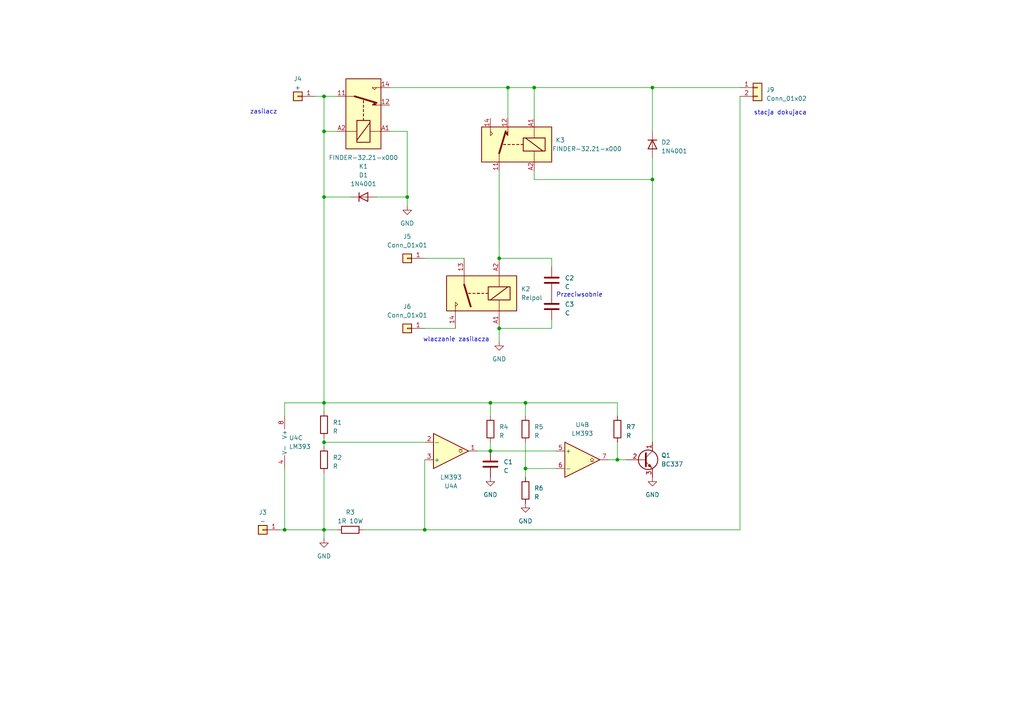
<source format=kicad_sch>
(kicad_sch (version 20231120) (generator "eeschema") (generator_version "8.0")
  (paper "A4")
  (lib_symbols
    (symbol "Comparator:LM393" (pin_names (offset 0.127))
      (property "Reference" "U" (at 3.81 3.81 0))
      (property "Value" "LM393" (at 6.35 -3.81 0))
      (symbol "LM393_1_1"
        (polyline (pts (xy -5.08 5.08) (xy 5.08 0) (xy -5.08 -5.08) (xy -5.08 5.08)) (stroke (width 0.254)) (fill (type background)))
        (polyline (pts (xy 3.302 -0.508) (xy 2.794 -0.508) (xy 3.302 0) (xy 2.794 0.508) (xy 2.286 0) (xy 2.794 -0.508) (xy 2.286 -0.508)) (stroke (width 0.127)))
        (pin open_collector line (at 7.62 0 180) (length 2.54) (name "~") (number "1"))
        (pin input line (at -7.62 -2.54 0) (length 2.54) (name "-") (number "2"))
        (pin input line (at -7.62 2.54 0) (length 2.54) (name "+") (number "3"))
      )
      (symbol "LM393_2_1"
        (polyline (pts (xy -5.08 5.08) (xy 5.08 0) (xy -5.08 -5.08) (xy -5.08 5.08)) (stroke (width 0.254)) (fill (type background)))
        (polyline (pts (xy 3.302 -0.508) (xy 2.794 -0.508) (xy 3.302 0) (xy 2.794 0.508) (xy 2.286 0) (xy 2.794 -0.508) (xy 2.286 -0.508)) (stroke (width 0.127)))
        (pin input line (at -7.62 2.54 0) (length 2.54) (name "+") (number "5"))
        (pin input line (at -7.62 -2.54 0) (length 2.54) (name "-") (number "6"))
        (pin open_collector line (at 7.62 0 180) (length 2.54) (name "~") (number "7"))
      )
      (symbol "LM393_3_1"
        (pin power_in line (at -2.54 -7.62 90) (length 3.81) (name "V-") (number "4"))
        (pin power_in line (at -2.54 7.62 270) (length 3.81) (name "V+") (number "8"))
      )
    )
    (symbol "Connector_Generic:Conn_01x01" (pin_names (offset 1.016) hide)
      (property "Reference" "J" (at 0 2.54 0))
      (property "Value" "Conn_01x01" (at 0 -2.54 0))
      (symbol "Conn_01x01_1_1"
        (rectangle (start -1.27 0.127) (end 0 -0.127) (stroke (width 0.1524)))
        (rectangle (start -1.27 1.27) (end 1.27 -1.27) (stroke (width 0.254)) (fill (type background)))
        (pin passive line (at -5.08 0 0) (length 3.81) (name "Pin_1") (number "1"))
      )
    )
    (symbol "Connector_Generic:Conn_01x02" (pin_names (offset 1.016) hide)
      (property "Reference" "J" (at 0 2.54 0))
      (property "Value" "Conn_01x02" (at 0 -5.08 0))
      (symbol "Conn_01x02_1_1"
        (rectangle (start -1.27 -2.413) (end 0 -2.667) (stroke (width 0.1524)))
        (rectangle (start -1.27 0.127) (end 0 -0.127) (stroke (width 0.1524)))
        (rectangle (start -1.27 1.27) (end 1.27 -3.81) (stroke (width 0.254)) (fill (type background)))
        (pin passive line (at -5.08 0 0) (length 3.81) (name "Pin_1") (number "1"))
        (pin passive line (at -5.08 -2.54 0) (length 3.81) (name "Pin_2") (number "2"))
      )
    )
    (symbol "Device:C" (pin_numbers hide) (pin_names (offset 0.254))
      (property "Reference" "C" (at 0.635 2.54 0))
      (property "Value" "C" (at 0.635 -2.54 0))
      (symbol "C_0_1"
        (polyline (pts (xy -2.032 -0.762) (xy 2.032 -0.762)) (stroke (width 0.508)))
        (polyline (pts (xy -2.032 0.762) (xy 2.032 0.762)) (stroke (width 0.508)))
      )
      (symbol "C_1_1"
        (pin passive line (at 0 3.81 270) (length 2.794) (name "~") (number "1"))
        (pin passive line (at 0 -3.81 90) (length 2.794) (name "~") (number "2"))
      )
    )
    (symbol "Device:R" (pin_numbers hide) (pin_names (offset 0))
      (property "Reference" "R" (at 2.032 0 90))
      (property "Value" "R" (at 0 0 90))
      (symbol "R_0_1"
        (rectangle (start -1.016 -2.54) (end 1.016 2.54) (stroke (width 0.254)))
      )
      (symbol "R_1_1"
        (pin passive line (at 0 3.81 270) (length 1.27) (name "~") (number "1"))
        (pin passive line (at 0 -3.81 90) (length 1.27) (name "~") (number "2"))
      )
    )
    (symbol "Diode:1N4001" (pin_numbers hide) (pin_names hide)
      (property "Reference" "D" (at 0 2.54 0))
      (property "Value" "1N4001" (at 0 -2.54 0))
      (symbol "1N4001_0_1"
        (polyline (pts (xy -1.27 1.27) (xy -1.27 -1.27)) (stroke (width 0.254)))
        (polyline (pts (xy 1.27 0) (xy -1.27 0)))
        (polyline (pts (xy 1.27 1.27) (xy 1.27 -1.27) (xy -1.27 0) (xy 1.27 1.27)) (stroke (width 0.254)))
      )
      (symbol "1N4001_1_1"
        (pin passive line (at -3.81 0 0) (length 2.54) (name "K") (number "1"))
        (pin passive line (at 3.81 0 180) (length 2.54) (name "A") (number "2"))
      )
    )
    (symbol "GND_1" (power) (pin_numbers hide) (pin_names (offset 0) hide)
      (property "Value" "GND" (at 0 -3.81 0))
      (symbol "GND_1_0_1"
        (polyline (pts (xy 0 0) (xy 0 -1.27) (xy 1.27 -1.27) (xy 0 -2.54) (xy -1.27 -1.27) (xy 0 -1.27)))
      )
      (symbol "GND_1_1_1"
        (pin power_in line (at 0 0 270) (length 0) (name "~") (number "1"))
      )
    )
    (symbol "Relay:FINDER-32.21-x000"
      (property "Reference" "K" (at 11.43 3.81 0))
      (property "Value" "FINDER-32.21-x000" (at 11.43 1.27 0))
      (symbol "FINDER-32.21-x000_0_0"
        (polyline (pts (xy 2.54 5.08) (xy 2.54 2.54) (xy 3.175 3.175) (xy 2.54 3.81)) (fill (type outline)))
        (polyline (pts (xy 7.62 5.08) (xy 7.62 2.54) (xy 6.985 3.175) (xy 7.62 3.81)))
      )
      (symbol "FINDER-32.21-x000_0_1"
        (rectangle (start -10.16 5.08) (end 10.16 -5.08) (stroke (width 0.254)) (fill (type background)))
        (rectangle (start -8.255 1.905) (end -1.905 -1.905) (stroke (width 0.254)))
        (polyline (pts (xy -7.62 -1.905) (xy -2.54 1.905)) (stroke (width 0.254)))
        (polyline (pts (xy -5.08 -5.08) (xy -5.08 -1.905)))
        (polyline (pts (xy -5.08 5.08) (xy -5.08 1.905)))
        (polyline (pts (xy -1.905 0) (xy -1.27 0)) (stroke (width 0.254)))
        (polyline (pts (xy -0.635 0) (xy 0 0)) (stroke (width 0.254)))
        (polyline (pts (xy 0.635 0) (xy 1.27 0)) (stroke (width 0.254)))
        (polyline (pts (xy 1.905 0) (xy 2.54 0)) (stroke (width 0.254)))
        (polyline (pts (xy 3.175 0) (xy 3.81 0)) (stroke (width 0.254)))
        (polyline (pts (xy 5.08 -2.54) (xy 3.175 3.81)) (stroke (width 0.508)))
        (polyline (pts (xy 5.08 -2.54) (xy 5.08 -5.08)))
      )
      (symbol "FINDER-32.21-x000_1_1"
        (pin passive line (at 5.08 -7.62 90) (length 2.54) (name "~") (number "11"))
        (pin passive line (at 2.54 7.62 270) (length 2.54) (name "~") (number "12"))
        (pin passive line (at 7.62 7.62 270) (length 2.54) (name "~") (number "14"))
        (pin passive line (at -5.08 7.62 270) (length 2.54) (name "~") (number "A1"))
        (pin passive line (at -5.08 -7.62 90) (length 2.54) (name "~") (number "A2"))
      )
    )
    (symbol "Relay:RAYEX-L90AS"
      (property "Reference" "K" (at 11.43 3.81 0))
      (property "Value" "RAYEX-L90AS" (at 11.43 1.27 0))
      (symbol "RAYEX-L90AS_1_0"
        (polyline (pts (xy 7.62 3.81) (xy 7.62 5.08)))
        (polyline (pts (xy 7.62 3.81) (xy 7.62 2.54) (xy 6.985 3.175) (xy 7.62 3.81)))
      )
      (symbol "RAYEX-L90AS_1_1"
        (rectangle (start -10.16 5.08) (end 10.16 -5.08) (stroke (width 0.254)) (fill (type background)))
        (rectangle (start -8.255 1.905) (end -1.905 -1.905) (stroke (width 0.254)))
        (polyline (pts (xy -7.62 -1.905) (xy -2.54 1.905)) (stroke (width 0.254)))
        (polyline (pts (xy -5.08 -5.08) (xy -5.08 -1.905)))
        (polyline (pts (xy -5.08 5.08) (xy -5.08 1.905)))
        (polyline (pts (xy -1.905 0) (xy -1.27 0)) (stroke (width 0.254)))
        (polyline (pts (xy -0.635 0) (xy 0 0)) (stroke (width 0.254)))
        (polyline (pts (xy 0.635 0) (xy 1.27 0)) (stroke (width 0.254)))
        (polyline (pts (xy 0.635 0) (xy 1.27 0)) (stroke (width 0.254)))
        (polyline (pts (xy 1.905 0) (xy 2.54 0)) (stroke (width 0.254)))
        (polyline (pts (xy 3.175 0) (xy 3.81 0)) (stroke (width 0.254)))
        (polyline (pts (xy 5.08 -2.54) (xy 3.175 3.81)) (stroke (width 0.508)))
        (polyline (pts (xy 5.08 -2.54) (xy 5.08 -5.08)))
        (pin passive line (at 5.08 -10.16 90) (length 5.08) (name "~") (number "13"))
        (pin passive line (at 7.62 10.16 270) (length 5.08) (name "~") (number "14"))
        (pin passive line (at -5.08 10.16 270) (length 5.08) (name "~") (number "A1"))
        (pin passive line (at -5.08 -10.16 90) (length 5.08) (name "~") (number "A2"))
      )
    )
    (symbol "Transistor_BJT:BC337" (pin_names (offset 0) hide)
      (property "Reference" "Q" (at 5.08 1.905 0))
      (property "Value" "BC337" (at 5.08 0 0))
      (symbol "BC337_0_1"
        (polyline (pts (xy 0 0) (xy 0.635 0)))
        (polyline (pts (xy 0.635 0.635) (xy 2.54 2.54)))
        (polyline (pts (xy 0.635 -0.635) (xy 2.54 -2.54) (xy 2.54 -2.54)))
        (polyline (pts (xy 0.635 1.905) (xy 0.635 -1.905) (xy 0.635 -1.905)) (stroke (width 0.508)))
        (polyline (pts (xy 1.27 -1.778) (xy 1.778 -1.27) (xy 2.286 -2.286) (xy 1.27 -1.778) (xy 1.27 -1.778)) (fill (type outline)))
        (circle (center 1.27 0) (radius 2.8194) (stroke (width 0.254)))
      )
      (symbol "BC337_1_1"
        (pin passive line (at 2.54 5.08 270) (length 2.54) (name "C") (number "1"))
        (pin input line (at -5.08 0 0) (length 5.08) (name "B") (number "2"))
        (pin passive line (at 2.54 -5.08 90) (length 2.54) (name "E") (number "3"))
      )
    )
    (symbol "power:GND" (power) (pin_names (offset 0))
      (property "Value" "GND" (at 0 -3.81 0))
      (symbol "GND_0_1"
        (polyline (pts (xy 0 0) (xy 0 -1.27) (xy 1.27 -1.27) (xy 0 -2.54) (xy -1.27 -1.27) (xy 0 -1.27)))
      )
      (symbol "GND_1_1"
        (pin power_in line (at 0 0 270) (length 0) hide (name "GND") (number "1"))
      )
    )
  )
  (junction (at 189.23 52.07))
  (junction (at 152.4 116.84))
  (junction (at 142.24 116.84))
  (junction (at 93.98 153.67))
  (junction (at 152.4 135.89))
  (junction (at 189.23 25.4))
  (junction (at 144.78 74.93))
  (junction (at 179.07 133.35))
  (junction (at 154.94 25.4))
  (junction (at 142.24 130.81))
  (junction (at 93.98 27.94))
  (junction (at 93.98 116.84))
  (junction (at 147.32 25.4))
  (junction (at 93.98 38.1))
  (junction (at 82.55 153.67))
  (junction (at 93.98 57.15))
  (junction (at 118.11 57.15))
  (junction (at 123.19 153.67))
  (junction (at 93.98 128.27))
  (junction (at 144.78 95.25))
  (wire (pts (xy 109.22 57.15) (xy 118.11 57.15)))
  (wire (pts (xy 189.23 45.72) (xy 189.23 52.07)))
  (wire (pts (xy 144.78 95.25) (xy 144.78 99.06)))
  (wire (pts (xy 154.94 25.4) (xy 189.23 25.4)))
  (wire (pts (xy 176.53 133.35) (xy 179.07 133.35)))
  (wire (pts (xy 214.63 153.67) (xy 123.19 153.67)))
  (wire (pts (xy 91.44 27.94) (xy 93.98 27.94)))
  (wire (pts (xy 93.98 38.1) (xy 93.98 27.94)))
  (wire (pts (xy 152.4 128.27) (xy 152.4 135.89)))
  (wire (pts (xy 93.98 119.38) (xy 93.98 116.84)))
  (wire (pts (xy 152.4 135.89) (xy 152.4 138.43)))
  (wire (pts (xy 214.63 27.94) (xy 214.63 153.67)))
  (wire (pts (xy 154.94 34.29) (xy 154.94 25.4)))
  (wire (pts (xy 93.98 137.16) (xy 93.98 153.67)))
  (wire (pts (xy 160.02 77.47) (xy 160.02 74.93)))
  (wire (pts (xy 142.24 128.27) (xy 142.24 130.81)))
  (wire (pts (xy 82.55 153.67) (xy 81.28 153.67)))
  (wire (pts (xy 97.79 38.1) (xy 93.98 38.1)))
  (wire (pts (xy 118.11 57.15) (xy 118.11 59.69)))
  (wire (pts (xy 152.4 116.84) (xy 179.07 116.84)))
  (wire (pts (xy 93.98 128.27) (xy 93.98 129.54)))
  (wire (pts (xy 189.23 25.4) (xy 189.23 38.1)))
  (wire (pts (xy 142.24 116.84) (xy 152.4 116.84)))
  (wire (pts (xy 113.03 25.4) (xy 147.32 25.4)))
  (wire (pts (xy 147.32 25.4) (xy 147.32 34.29)))
  (wire (pts (xy 142.24 116.84) (xy 142.24 120.65)))
  (wire (pts (xy 97.79 153.67) (xy 93.98 153.67)))
  (wire (pts (xy 144.78 49.53) (xy 144.78 74.93)))
  (wire (pts (xy 154.94 25.4) (xy 147.32 25.4)))
  (wire (pts (xy 123.19 153.67) (xy 105.41 153.67)))
  (wire (pts (xy 160.02 95.25) (xy 144.78 95.25)))
  (wire (pts (xy 93.98 127) (xy 93.98 128.27)))
  (wire (pts (xy 152.4 120.65) (xy 152.4 116.84)))
  (wire (pts (xy 113.03 38.1) (xy 118.11 38.1)))
  (wire (pts (xy 123.19 74.93) (xy 134.62 74.93)))
  (wire (pts (xy 93.98 116.84) (xy 142.24 116.84)))
  (wire (pts (xy 179.07 128.27) (xy 179.07 133.35)))
  (wire (pts (xy 93.98 153.67) (xy 93.98 156.21)))
  (wire (pts (xy 142.24 130.81) (xy 161.29 130.81)))
  (wire (pts (xy 82.55 116.84) (xy 93.98 116.84)))
  (wire (pts (xy 154.94 52.07) (xy 154.94 49.53)))
  (wire (pts (xy 152.4 135.89) (xy 161.29 135.89)))
  (wire (pts (xy 138.43 130.81) (xy 142.24 130.81)))
  (wire (pts (xy 179.07 133.35) (xy 181.61 133.35)))
  (wire (pts (xy 82.55 135.89) (xy 82.55 153.67)))
  (wire (pts (xy 93.98 116.84) (xy 93.98 57.15)))
  (wire (pts (xy 123.19 95.25) (xy 132.08 95.25)))
  (wire (pts (xy 123.19 133.35) (xy 123.19 153.67)))
  (wire (pts (xy 189.23 128.27) (xy 189.23 52.07)))
  (wire (pts (xy 93.98 57.15) (xy 93.98 38.1)))
  (wire (pts (xy 93.98 153.67) (xy 82.55 153.67)))
  (wire (pts (xy 82.55 120.65) (xy 82.55 116.84)))
  (wire (pts (xy 160.02 74.93) (xy 144.78 74.93)))
  (wire (pts (xy 160.02 92.71) (xy 160.02 95.25)))
  (wire (pts (xy 93.98 128.27) (xy 123.19 128.27)))
  (wire (pts (xy 93.98 27.94) (xy 97.79 27.94)))
  (wire (pts (xy 154.94 52.07) (xy 189.23 52.07)))
  (wire (pts (xy 93.98 57.15) (xy 101.6 57.15)))
  (wire (pts (xy 118.11 38.1) (xy 118.11 57.15)))
  (wire (pts (xy 179.07 120.65) (xy 179.07 116.84)))
  (wire (pts (xy 189.23 25.4) (xy 214.63 25.4)))
  (text "Przeciwsobnie" (at 161.29 86.36 0) (effects (font (size 1.27 1.27)) (justify left bottom)))
  (text "stacja dokujaca" (at 226.314 32.766 0) (effects (font (size 1.27 1.27))))
  (text "zasilacz" (at 76.454 32.512 0) (effects (font (size 1.27 1.27))))
  (text "wlaczanie zasilacza" (at 132.334 98.552 0) (effects (font (size 1.27 1.27))))
  (symbol (lib_id "Connector_Generic:Conn_01x02") (at 219.71 25.4 0) (unit 1)
    (property "Reference" "J9" (at 222.25 26.035 0) (effects (justify left)))
    (property "Value" "Conn_01x02" (at 222.25 28.575 0) (effects (justify left)))
    (property "Footprint" "Docking_station:Phoenix" (effects (hide yes)))
  )
  (symbol (lib_id "Device:R") (at 93.98 123.19 0) (unit 1)
    (property "Reference" "R1" (at 96.52 122.555 0) (effects (justify left)))
    (property "Value" "R" (at 96.52 125.095 0) (effects (justify left)))
    (property "Footprint" "Resistor_THT:R_Axial_DIN0207_L6.3mm_D2.5mm_P7.62mm_Horizontal" (effects (hide yes)))
  )
  (symbol (lib_id "Device:R") (at 142.24 124.46 0) (unit 1)
    (property "Reference" "R4" (at 144.78 123.825 0) (effects (justify left)))
    (property "Value" "R" (at 144.78 126.365 0) (effects (justify left)))
    (property "Footprint" "Resistor_THT:R_Axial_DIN0207_L6.3mm_D2.5mm_P7.62mm_Horizontal" (effects (hide yes)))
  )
  (symbol (lib_id "Diode:1N4001") (at 105.41 57.15 0) (unit 1)
    (property "Reference" "D1" (at 105.41 50.8 0))
    (property "Value" "1N4001" (at 105.41 53.34 0))
    (property "Footprint" "Diode_THT:D_DO-41_SOD81_P10.16mm_Horizontal" (effects (hide yes)))
    (property "Datasheet" "http://www.vishay.com/docs/88503/1n4001.pdf" (effects (hide yes)))
    (property "Sim.Device" "D" (effects (hide yes)))
    (property "Sim.Pins" "1=K 2=A" (effects (hide yes)))
  )
  (symbol (lib_id "Connector_Generic:Conn_01x01") (at 76.2 153.67 180) (unit 1)
    (property "Reference" "J3" (at 76.2 148.59 0))
    (property "Value" "-" (at 76.2 151.13 0))
    (property "Footprint" "Connector_Wire:SolderWire-1.5sqmm_1x01_D1.7mm_OD3.9mm" (effects (hide yes)))
  )
  (symbol (lib_id "Connector_Generic:Conn_01x01") (at 86.36 27.94 180) (unit 1)
    (property "Reference" "J4" (at 86.36 22.86 0))
    (property "Value" "+" (at 86.36 25.4 0))
    (property "Footprint" "Connector_Wire:SolderWire-1.5sqmm_1x01_D1.7mm_OD3.9mm" (effects (hide yes)))
  )
  (symbol (lib_id "Device:R") (at 93.98 133.35 0) (unit 1)
    (property "Reference" "R2" (at 96.52 132.715 0) (effects (justify left)))
    (property "Value" "R" (at 96.52 135.255 0) (effects (justify left)))
    (property "Footprint" "Resistor_THT:R_Axial_DIN0207_L6.3mm_D2.5mm_P7.62mm_Horizontal" (effects (hide yes)))
  )
  (symbol (lib_id "Connector_Generic:Conn_01x01") (at 118.11 74.93 180) (unit 1)
    (property "Reference" "J5" (at 118.11 68.58 0))
    (property "Value" "Conn_01x01" (at 118.11 71.12 0))
    (property "Footprint" "Connector_Wire:SolderWire-1.5sqmm_1x01_D1.7mm_OD3.9mm" (effects (hide yes)))
  )
  (symbol (lib_id "Connector_Generic:Conn_01x01") (at 118.11 95.25 180) (unit 1)
    (property "Reference" "J6" (at 118.11 88.9 0))
    (property "Value" "Conn_01x01" (at 118.11 91.44 0))
    (property "Footprint" "Connector_Wire:SolderWire-1.5sqmm_1x01_D1.7mm_OD3.9mm" (effects (hide yes)))
  )
  (symbol (lib_id "Comparator:LM393") (at 85.09 128.27 0) (unit 3)
    (property "Reference" "U4" (at 83.82 127 0) (effects (justify left)))
    (property "Value" "LM393" (at 83.82 129.54 0) (effects (justify left)))
    (property "Footprint" "Package_DIP:DIP-8_W7.62mm_Socket" (effects (hide yes)))
    (property "Datasheet" "http://www.ti.com/lit/ds/symlink/lm393.pdf" (effects (hide yes)))
  )
  (symbol (lib_id "power:GND") (at 144.78 99.06 0) (unit 1)
    (property "Reference" "#PWR010" (effects (hide yes)))
    (property "Value" "GND" (at 144.78 104.14 0))
  )
  (symbol (lib_id "power:GND") (at 142.24 138.43 0) (unit 1)
    (property "Reference" "#PWR09" (effects (hide yes)))
    (property "Value" "GND" (at 142.24 143.51 0))
  )
  (symbol (lib_id "power:GND") (at 189.23 138.43 0) (mirror y) (unit 1)
    (property "Reference" "#PWR012" (effects (hide yes)))
    (property "Value" "GND" (at 189.23 143.51 0))
  )
  (symbol (lib_id "power:GND") (at 118.11 59.69 0) (unit 1)
    (property "Reference" "#PWR08" (effects (hide yes)))
    (property "Value" "GND" (at 118.11 64.77 0))
  )
  (symbol (lib_id "Device:R") (at 179.07 124.46 0) (unit 1)
    (property "Reference" "R7" (at 181.61 123.825 0) (effects (justify left)))
    (property "Value" "R" (at 181.61 126.365 0) (effects (justify left)))
    (property "Footprint" "Resistor_THT:R_Axial_DIN0207_L6.3mm_D2.5mm_P7.62mm_Horizontal" (effects (hide yes)))
  )
  (symbol (lib_id "Device:C") (at 160.02 88.9 0) (unit 1)
    (property "Reference" "C3" (at 163.83 88.265 0) (effects (justify left)))
    (property "Value" "C" (at 163.83 90.805 0) (effects (justify left)))
    (property "Footprint" "Capacitor_THT:C_Radial_D8.0mm_H11.5mm_P3.50mm" (effects (hide yes)))
  )
  (symbol (lib_id "Diode:1N4001") (at 189.23 41.91 270) (unit 1)
    (property "Reference" "D2" (at 191.77 41.275 90) (effects (justify left)))
    (property "Value" "1N4001" (at 191.77 43.815 90) (effects (justify left)))
    (property "Footprint" "Diode_THT:D_DO-41_SOD81_P10.16mm_Horizontal" (effects (hide yes)))
    (property "Datasheet" "http://www.vishay.com/docs/88503/1n4001.pdf" (effects (hide yes)))
    (property "Sim.Device" "D" (effects (hide yes)))
    (property "Sim.Pins" "1=K 2=A" (effects (hide yes)))
  )
  (symbol (lib_id "Comparator:LM393") (at 130.81 130.81 0) (mirror x) (unit 1)
    (property "Reference" "U4" (at 130.81 140.97 0))
    (property "Value" "LM393" (at 130.81 138.43 0))
    (property "Footprint" "Package_DIP:DIP-8_W7.62mm_Socket" (effects (hide yes)))
    (property "Datasheet" "http://www.ti.com/lit/ds/symlink/lm393.pdf" (effects (hide yes)))
  )
  (symbol (lib_id "Relay:FINDER-32.21-x000") (at 105.41 33.02 270) (mirror x) (unit 1)
    (property "Reference" "K1" (at 105.41 48.26 90))
    (property "Value" "FINDER-32.21-x000" (at 105.41 45.72 90))
    (property "Footprint" "Relay_THT:Relay_SPDT_Finder_36.11" (effects (hide yes)))
    (property "Datasheet" "https://gfinder.findernet.com/assets/Series/355/S32EN.pdf" (effects (hide yes)))
  )
  (symbol (lib_id "Device:R") (at 152.4 142.24 0) (unit 1)
    (property "Reference" "R6" (at 154.94 141.605 0) (effects (justify left)))
    (property "Value" "R" (at 154.94 144.145 0) (effects (justify left)))
    (property "Footprint" "Resistor_THT:R_Axial_DIN0207_L6.3mm_D2.5mm_P7.62mm_Horizontal" (effects (hide yes)))
  )
  (symbol (lib_id "power:GND") (at 152.4 146.05 0) (unit 1)
    (property "Reference" "#PWR011" (effects (hide yes)))
    (property "Value" "GND" (at 152.4 151.13 0))
  )
  (symbol (lib_id "Transistor_BJT:BC337") (at 186.69 133.35 0) (unit 1)
    (property "Reference" "Q1" (at 191.77 132.08 0) (effects (justify left)))
    (property "Value" "BC337" (at 191.77 134.62 0) (effects (justify left)))
    (property "Footprint" "Package_TO_SOT_THT:TO-92L_Inline_Wide" (effects (hide yes)))
    (property "Datasheet" "https://diotec.com/tl_files/diotec/files/pdf/datasheets/bc337.pdf" (effects (hide yes)))
  )
  (symbol (lib_id "Comparator:LM393") (at 168.91 133.35 0) (unit 2)
    (property "Reference" "U4" (at 168.91 123.19 0))
    (property "Value" "LM393" (at 168.91 125.73 0))
    (property "Footprint" "Package_DIP:DIP-8_W7.62mm_Socket" (effects (hide yes)))
    (property "Datasheet" "http://www.ti.com/lit/ds/symlink/lm393.pdf" (effects (hide yes)))
  )
  (symbol (lib_id "Device:C") (at 142.24 134.62 0) (unit 1)
    (property "Reference" "C1" (at 146.05 133.985 0) (effects (justify left)))
    (property "Value" "C" (at 146.05 136.525 0) (effects (justify left)))
    (property "Footprint" "Docking_station:Phoenix" (effects (hide yes)))
  )
  (symbol (lib_id "Relay:FINDER-32.21-x000") (at 149.86 41.91 0) (mirror y) (unit 1)
    (property "Reference" "K3" (at 163.83 40.64 0) (effects (justify left)))
    (property "Value" "FINDER-32.21-x000" (at 180.34 43.18 0) (effects (justify left)))
    (property "Footprint" "Relay_THT:Relay_SPDT_Finder_36.11" (effects (hide yes)))
    (property "Datasheet" "https://gfinder.findernet.com/assets/Series/355/S32EN.pdf" (effects (hide yes)))
  )
  (symbol (lib_id "Relay:RAYEX-L90AS") (at 139.7 85.09 180) (unit 1)
    (property "Reference" "K2" (at 151.13 83.82 0) (effects (justify right)))
    (property "Value" "Relpol" (at 151.13 86.36 0) (effects (justify right)))
    (property "Footprint" "Relay_THT:Relay_SPST_RAYEX-L90AS" (effects (hide yes)))
    (property "Datasheet" "https://a3.sofastcdn.com/attachment/7jioKBjnRiiSrjrjknRiwS77gwbf3zmp/L90-SERIES.pdf" (effects (hide yes)))
  )
  (symbol (lib_id "Device:R") (at 152.4 124.46 0) (unit 1)
    (property "Reference" "R5" (at 154.94 123.825 0) (effects (justify left)))
    (property "Value" "R" (at 154.94 126.365 0) (effects (justify left)))
    (property "Footprint" "Resistor_THT:R_Axial_DIN0207_L6.3mm_D2.5mm_P7.62mm_Horizontal" (effects (hide yes)))
  )
  (symbol (lib_id "Device:R") (at 101.6 153.67 90) (unit 1)
    (property "Reference" "R3" (at 101.6 148.59 90))
    (property "Value" "1R 10W" (at 101.6 151.13 90))
    (property "Footprint" "Resistor_THT:R_Axial_Power_L50.0mm_W9.0mm_P60.96mm" (effects (hide yes)))
  )
  (symbol (lib_id "Device:C") (at 160.02 81.28 0) (unit 1)
    (property "Reference" "C2" (at 163.83 80.645 0) (effects (justify left)))
    (property "Value" "C" (at 163.83 83.185 0) (effects (justify left)))
    (property "Footprint" "Capacitor_THT:C_Radial_D8.0mm_H11.5mm_P3.50mm" (effects (hide yes)))
  )
  (symbol (lib_name "GND_1") (lib_id "power:GND") (at 93.98 156.21 0) (unit 1)
    (property "Reference" "#PWR013" (effects (hide yes)))
    (property "Value" "GND" (at 93.98 161.29 0))
    (property "Description" "Power symbol creates a global label with name \"GND\" , ground" (effects (hide yes)))
  )
)
</source>
